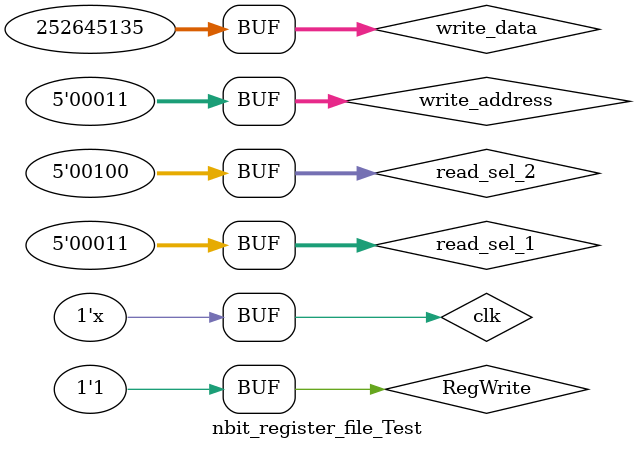
<source format=v>
`timescale 1ns / 1ps


module nbit_register_file_Test;

	// Inputs
	reg [31:0] write_data;
	reg [4:0] read_sel_1;
	reg [4:0] read_sel_2;
	reg [4:0] write_address;
	reg RegWrite;
	reg clk;

	// Outputs
	wire [31:0] read_data_1;
	wire [31:0] read_data_2;

	// Instantiate the Unit Under Test (UUT)
	nbit_register_file uut (
		.write_data(write_data), 
		.read_data_1(read_data_1), 
		.read_data_2(read_data_2), 
		.read_sel_1(read_sel_1), 
		.read_sel_2(read_sel_2), 
		.write_address(write_address), 
		.RegWrite(RegWrite), 
		.clk(clk)
	);
	always #5
	clk = ~clk;

	initial begin
		// Initialize Inputs
		write_data = 0;
		read_sel_1 = 0;
		read_sel_2 = 0;
		write_address = 0;
		RegWrite = 0;
		clk = 0;

		// Wait 100 ns for global reset to finish
		#10
			write_data = 32'hffff0000;
		read_sel_1 = 0;
		read_sel_2 = 0;
		write_address = 5'b00011;
		RegWrite = 1;

		#10
			write_data = 32'h0000ffff;
		read_sel_1 = 0;
		read_sel_2 = 0;
		write_address = 5'b00100;
		RegWrite = 1;
		
		#10
			write_data = 0;
		read_sel_1 = 5'b00011;
		read_sel_2 = 5'b00100;
		write_address = 0;
		RegWrite = 0;
		
		#10
		write_data = 32'h0f0f0f0f;
		read_sel_1 = 5'b00011;
		read_sel_2 = 5'b00100;
		write_address = 5'b00011;
		RegWrite = 1;
		
		// Add stimulus here
	end
      
endmodule


</source>
